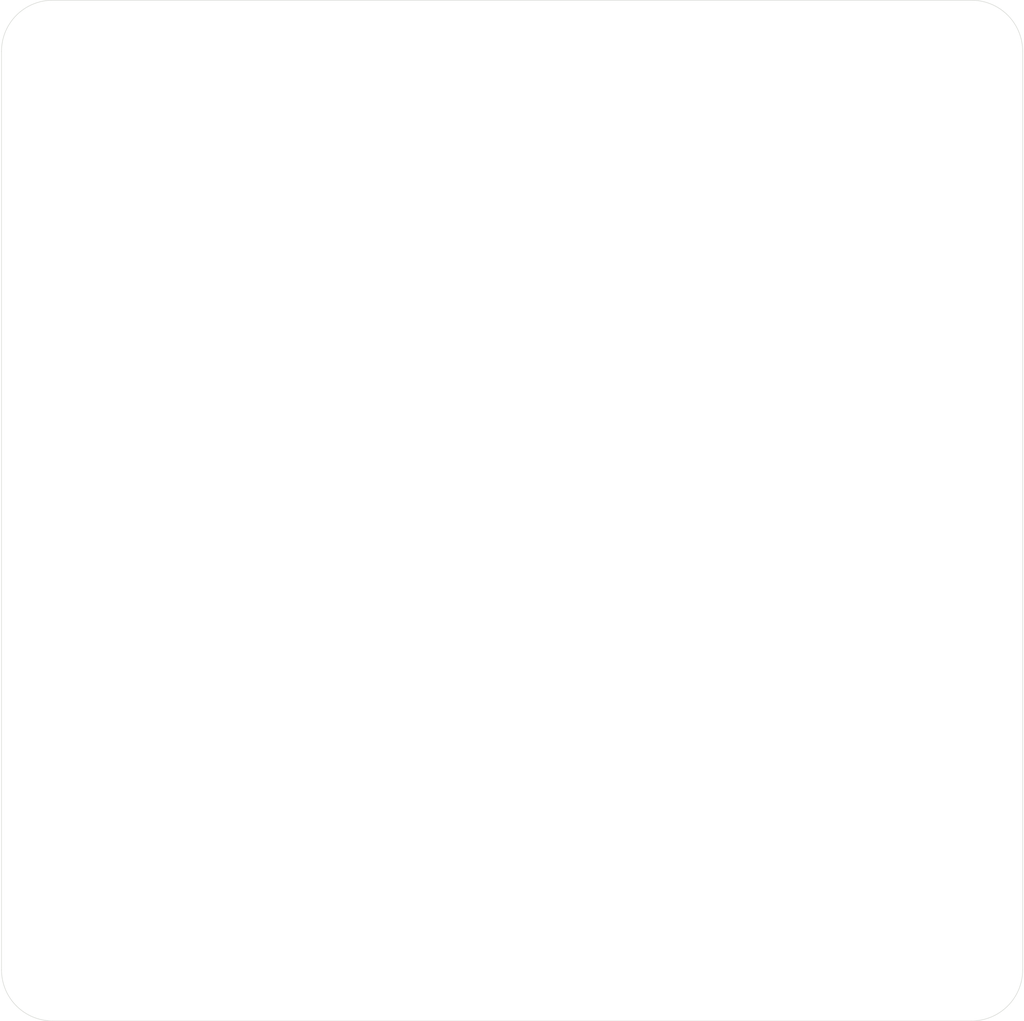
<source format=kicad_pcb>
(kicad_pcb (version 20171130) (host pcbnew 5.1.10-88a1d61d58~90~ubuntu20.04.1)

  (general
    (thickness 1.6)
    (drawings 12)
    (tracks 0)
    (zones 0)
    (modules 4)
    (nets 1)
  )

  (page User 215.9 139.7)
  (layers
    (0 F.Cu signal)
    (31 B.Cu signal)
    (32 B.Adhes user)
    (33 F.Adhes user)
    (34 B.Paste user)
    (35 F.Paste user)
    (36 B.SilkS user)
    (37 F.SilkS user)
    (38 B.Mask user)
    (39 F.Mask user)
    (40 Dwgs.User user)
    (41 Cmts.User user hide)
    (42 Eco1.User user)
    (43 Eco2.User user)
    (44 Edge.Cuts user)
    (45 Margin user)
    (46 B.CrtYd user)
    (47 F.CrtYd user)
    (48 B.Fab user)
    (49 F.Fab user)
  )

  (setup
    (last_trace_width 0.25)
    (trace_clearance 0.2)
    (zone_clearance 0.508)
    (zone_45_only no)
    (trace_min 0.2)
    (via_size 0.8)
    (via_drill 0.4)
    (via_min_size 0.4)
    (via_min_drill 0.3)
    (uvia_size 0.3)
    (uvia_drill 0.1)
    (uvias_allowed no)
    (uvia_min_size 0.2)
    (uvia_min_drill 0.1)
    (edge_width 0.05)
    (segment_width 0.2)
    (pcb_text_width 0.3)
    (pcb_text_size 1.5 1.5)
    (mod_edge_width 0.12)
    (mod_text_size 1 1)
    (mod_text_width 0.15)
    (pad_size 1.524 1.524)
    (pad_drill 0.762)
    (pad_to_mask_clearance 0)
    (aux_axis_origin 0 0)
    (visible_elements FFFFFF7F)
    (pcbplotparams
      (layerselection 0x010fc_ffffffff)
      (usegerberextensions false)
      (usegerberattributes true)
      (usegerberadvancedattributes true)
      (creategerberjobfile true)
      (excludeedgelayer true)
      (linewidth 0.100000)
      (plotframeref false)
      (viasonmask false)
      (mode 1)
      (useauxorigin false)
      (hpglpennumber 1)
      (hpglpenspeed 20)
      (hpglpendiameter 15.000000)
      (psnegative false)
      (psa4output false)
      (plotreference true)
      (plotvalue true)
      (plotinvisibletext false)
      (padsonsilk false)
      (subtractmaskfromsilk false)
      (outputformat 1)
      (mirror false)
      (drillshape 1)
      (scaleselection 1)
      (outputdirectory ""))
  )

  (net 0 "")

  (net_class Default "This is the default net class."
    (clearance 0.2)
    (trace_width 0.25)
    (via_dia 0.8)
    (via_drill 0.4)
    (uvia_dia 0.3)
    (uvia_drill 0.1)
  )

  (module footprint:MountingHole_3.1mm_M3,rpi_like locked (layer F.Cu) (tedit 5E58DC9B) (tstamp 614E28D6)
    (at 95 95)
    (descr "Mounting Hole 2.7mm, no annular, M2.5")
    (tags "mounting hole 2.7mm no annular m2.5")
    (path /614DD534)
    (attr virtual)
    (fp_text reference H4 (at 0 -3.7) (layer F.SilkS) hide
      (effects (font (size 1 1) (thickness 0.15)))
    )
    (fp_text value MountingHole (at 0 3.7) (layer F.Fab)
      (effects (font (size 1 1) (thickness 0.15)))
    )
    (fp_circle (center 0 0) (end 1.905 0) (layer B.Mask) (width 1.2))
    (fp_circle (center 0 0) (end 1.905 0) (layer F.Mask) (width 1.2))
    (fp_circle (center 0 0) (end 2.95 0) (layer F.CrtYd) (width 0.05))
    (fp_circle (center 0 0) (end 2.7 0) (layer Cmts.User) (width 0.15))
    (pad "" np_thru_hole circle (at 0 0) (size 3.1 3.1) (drill 3.1) (layers *.Cu *.Mask)
      (solder_mask_margin 1.5) (clearance 1.5))
  )

  (module footprint:MountingHole_3.1mm_M3,rpi_like locked (layer F.Cu) (tedit 5E58DC9B) (tstamp 614E28CD)
    (at 95 5)
    (descr "Mounting Hole 2.7mm, no annular, M2.5")
    (tags "mounting hole 2.7mm no annular m2.5")
    (path /614DD512)
    (attr virtual)
    (fp_text reference H3 (at 0 -3.7) (layer F.SilkS) hide
      (effects (font (size 1 1) (thickness 0.15)))
    )
    (fp_text value MountingHole (at 0 3.7) (layer F.Fab)
      (effects (font (size 1 1) (thickness 0.15)))
    )
    (fp_circle (center 0 0) (end 1.905 0) (layer B.Mask) (width 1.2))
    (fp_circle (center 0 0) (end 1.905 0) (layer F.Mask) (width 1.2))
    (fp_circle (center 0 0) (end 2.95 0) (layer F.CrtYd) (width 0.05))
    (fp_circle (center 0 0) (end 2.7 0) (layer Cmts.User) (width 0.15))
    (pad "" np_thru_hole circle (at 0 0) (size 3.1 3.1) (drill 3.1) (layers *.Cu *.Mask)
      (solder_mask_margin 1.5) (clearance 1.5))
  )

  (module footprint:MountingHole_3.1mm_M3,rpi_like locked (layer F.Cu) (tedit 5E58DC9B) (tstamp 614E28C4)
    (at 5 95)
    (descr "Mounting Hole 2.7mm, no annular, M2.5")
    (tags "mounting hole 2.7mm no annular m2.5")
    (path /614DD085)
    (attr virtual)
    (fp_text reference H2 (at 0 -3.7) (layer F.SilkS) hide
      (effects (font (size 1 1) (thickness 0.15)))
    )
    (fp_text value MountingHole (at 0 3.7) (layer F.Fab)
      (effects (font (size 1 1) (thickness 0.15)))
    )
    (fp_circle (center 0 0) (end 1.905 0) (layer B.Mask) (width 1.2))
    (fp_circle (center 0 0) (end 1.905 0) (layer F.Mask) (width 1.2))
    (fp_circle (center 0 0) (end 2.95 0) (layer F.CrtYd) (width 0.05))
    (fp_circle (center 0 0) (end 2.7 0) (layer Cmts.User) (width 0.15))
    (pad "" np_thru_hole circle (at 0 0) (size 3.1 3.1) (drill 3.1) (layers *.Cu *.Mask)
      (solder_mask_margin 1.5) (clearance 1.5))
  )

  (module footprint:MountingHole_3.1mm_M3,rpi_like locked (layer F.Cu) (tedit 5E58DC9B) (tstamp 614E28BB)
    (at 5 5)
    (descr "Mounting Hole 2.7mm, no annular, M2.5")
    (tags "mounting hole 2.7mm no annular m2.5")
    (path /614DCE83)
    (attr virtual)
    (fp_text reference H1 (at 0 -3.7) (layer F.SilkS) hide
      (effects (font (size 1 1) (thickness 0.15)))
    )
    (fp_text value MountingHole (at 0 3.7) (layer F.Fab)
      (effects (font (size 1 1) (thickness 0.15)))
    )
    (fp_circle (center 0 0) (end 1.905 0) (layer B.Mask) (width 1.2))
    (fp_circle (center 0 0) (end 1.905 0) (layer F.Mask) (width 1.2))
    (fp_circle (center 0 0) (end 2.95 0) (layer F.CrtYd) (width 0.05))
    (fp_circle (center 0 0) (end 2.7 0) (layer Cmts.User) (width 0.15))
    (pad "" np_thru_hole circle (at 0 0) (size 3.1 3.1) (drill 3.1) (layers *.Cu *.Mask)
      (solder_mask_margin 1.5) (clearance 1.5))
  )

  (gr_arc (start 95 95) (end 95 100) (angle -90) (layer Edge.Cuts) (width 0.05) (tstamp 614DBE61))
  (gr_line (start 100 95) (end 100 5) (layer Edge.Cuts) (width 0.05) (tstamp 614DBE60))
  (gr_line (start 95 0) (end 5 0) (layer Edge.Cuts) (width 0.05) (tstamp 614DBE14))
  (gr_arc (start 95 5) (end 100 5) (angle -90) (layer Edge.Cuts) (width 0.05) (tstamp 614DBE13))
  (gr_line (start 5 100) (end 95 100) (layer Edge.Cuts) (width 0.05) (tstamp 614DBE14))
  (gr_arc (start 5 95) (end 0 95) (angle -90) (layer Edge.Cuts) (width 0.05) (tstamp 614DBE13))
  (gr_line (start 0 5) (end 0 95) (layer Edge.Cuts) (width 0.05))
  (gr_arc (start 5 5) (end 5 0) (angle -90) (layer Edge.Cuts) (width 0.05))
  (gr_line (start 100 0) (end 0 0) (layer Cmts.User) (width 0.01) (tstamp 614DBDB7))
  (gr_line (start 100 100) (end 100 0) (layer Cmts.User) (width 0.01))
  (gr_line (start 0 100) (end 100 100) (layer Cmts.User) (width 0.01))
  (gr_line (start 0 0) (end 0 100) (layer Cmts.User) (width 0.01))

)

</source>
